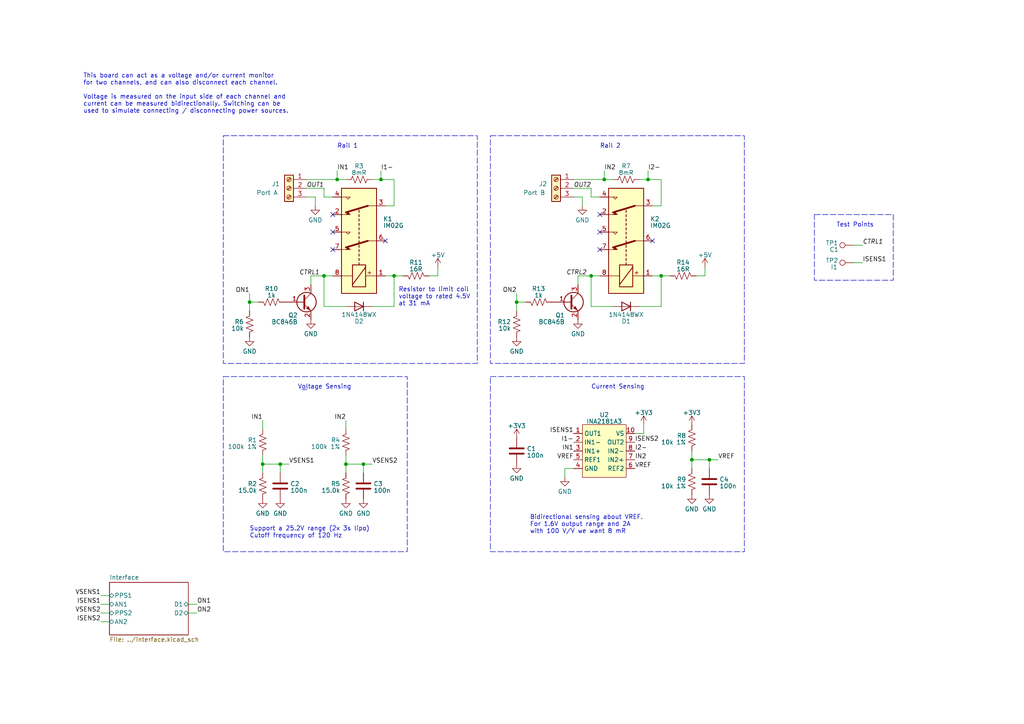
<source format=kicad_sch>
(kicad_sch (version 20230121) (generator eeschema)
  (paper "A4")
  (lib_symbols
    (symbol "Connector:Screw_Terminal_01x03" (pin_names (offset 1.016) hide)
      (property "Reference" "J" (at 0 5.08 0))
      (property "Value" "Screw_Terminal_01x03" (at 0 -5.08 0))
      (symbol "Screw_Terminal_01x03_1_1"
        (rectangle (start -1.27 3.81) (end 1.27 -3.81) (stroke (width 0.254)) (fill (type background)))
        (circle (center 0 -2.54) (radius 0.635) (stroke (width 0.1524)))
        (polyline (pts (xy -0.5334 -2.2098) (xy 0.3302 -3.048)) (stroke (width 0.1524)))
        (polyline (pts (xy -0.5334 0.3302) (xy 0.3302 -0.508)) (stroke (width 0.1524)))
        (polyline (pts (xy -0.5334 2.8702) (xy 0.3302 2.032)) (stroke (width 0.1524)))
        (polyline (pts (xy -0.3556 -2.032) (xy 0.508 -2.8702)) (stroke (width 0.1524)))
        (polyline (pts (xy -0.3556 0.508) (xy 0.508 -0.3302)) (stroke (width 0.1524)))
        (polyline (pts (xy -0.3556 3.048) (xy 0.508 2.2098)) (stroke (width 0.1524)))
        (circle (center 0 0) (radius 0.635) (stroke (width 0.1524)))
        (circle (center 0 2.54) (radius 0.635) (stroke (width 0.1524)))
        (pin passive line (at -5.08 2.54 0) (length 3.81) (name "Pin_1") (number "1"))
        (pin passive line (at -5.08 0 0) (length 3.81) (name "Pin_2") (number "2"))
        (pin passive line (at -5.08 -2.54 0) (length 3.81) (name "Pin_3") (number "3"))
      )
    )
    (symbol "Connector:TestPoint" (pin_numbers hide) (pin_names (offset 0.762) hide)
      (property "Reference" "TP" (at 0 6.858 0))
      (property "Value" "TestPoint" (at 0 5.08 0))
      (symbol "TestPoint_0_1"
        (circle (center 0 3.302) (radius 0.762))
      )
      (symbol "TestPoint_1_1"
        (pin passive line (at 0 0 90) (length 2.54) (name "1") (number "1"))
      )
    )
    (symbol "Device:C" (pin_numbers hide) (pin_names (offset 0.254))
      (property "Reference" "C" (at 0.635 2.54 0))
      (property "Value" "C" (at 0.635 -2.54 0))
      (symbol "C_0_1"
        (polyline (pts (xy -2.032 -0.762) (xy 2.032 -0.762)) (stroke (width 0.508)))
        (polyline (pts (xy -2.032 0.762) (xy 2.032 0.762)) (stroke (width 0.508)))
      )
      (symbol "C_1_1"
        (pin passive line (at 0 3.81 270) (length 2.794) (name "~") (number "1"))
        (pin passive line (at 0 -3.81 90) (length 2.794) (name "~") (number "2"))
      )
    )
    (symbol "Device:R_US" (pin_numbers hide) (pin_names (offset 0))
      (property "Reference" "R" (at 2.54 0 90))
      (property "Value" "R_US" (at -2.54 0 90))
      (symbol "R_US_0_1"
        (polyline (pts (xy 0 -2.286) (xy 0 -2.54)))
        (polyline (pts (xy 0 2.286) (xy 0 2.54)))
        (polyline (pts (xy 0 -0.762) (xy 1.016 -1.143) (xy 0 -1.524) (xy -1.016 -1.905) (xy 0 -2.286)))
        (polyline (pts (xy 0 0.762) (xy 1.016 0.381) (xy 0 0) (xy -1.016 -0.381) (xy 0 -0.762)))
        (polyline (pts (xy 0 2.286) (xy 1.016 1.905) (xy 0 1.524) (xy -1.016 1.143) (xy 0 0.762)))
      )
      (symbol "R_US_1_1"
        (pin passive line (at 0 3.81 270) (length 1.27) (name "~") (number "1"))
        (pin passive line (at 0 -3.81 90) (length 1.27) (name "~") (number "2"))
      )
    )
    (symbol "Diode:1N4148WT" (pin_numbers hide) (pin_names hide)
      (property "Reference" "D" (at 0 2.54 0))
      (property "Value" "1N4148WT" (at 0 -2.54 0))
      (symbol "1N4148WT_0_1"
        (polyline (pts (xy -1.27 1.27) (xy -1.27 -1.27)) (stroke (width 0.254)))
        (polyline (pts (xy 1.27 0) (xy -1.27 0)))
        (polyline (pts (xy 1.27 1.27) (xy 1.27 -1.27) (xy -1.27 0) (xy 1.27 1.27)) (stroke (width 0.254)))
      )
      (symbol "1N4148WT_1_1"
        (pin passive line (at -3.81 0 0) (length 2.54) (name "K") (number "1"))
        (pin passive line (at 3.81 0 180) (length 2.54) (name "A") (number "2"))
      )
    )
    (symbol "IM02_2"
      (property "Reference" "K1" (at 8.89 6.35 90))
      (property "Value" "IM02G" (at 10.16 3.81 90))
      (symbol "IM02_2_0_0"
        (text "+" (at -9.271 -2.921 0) (effects (font (size 1.27 1.27))))
      )
      (symbol "IM02_2_0_1"
        (rectangle (start -15.24 5.08) (end 15.24 -5.08) (stroke (width 0.254)) (fill (type background)))
        (rectangle (start -6.985 1.905) (end -13.335 -1.905) (stroke (width 0.254)))
        (polyline (pts (xy -12.7 1.905) (xy -7.62 -1.905)) (stroke (width 0.254)))
        (polyline (pts (xy -10.16 -5.08) (xy -10.16 -1.905)))
        (polyline (pts (xy -10.16 5.08) (xy -10.16 1.905)))
        (polyline (pts (xy -6.985 0) (xy -6.35 0)) (stroke (width 0.254)))
        (polyline (pts (xy -5.715 0) (xy -5.08 0)) (stroke (width 0.254)))
        (polyline (pts (xy -4.445 0) (xy -3.81 0)) (stroke (width 0.254)))
        (polyline (pts (xy -3.175 0) (xy -2.54 0)) (stroke (width 0.254)))
        (polyline (pts (xy -1.905 0) (xy -1.27 0)) (stroke (width 0.254)))
        (polyline (pts (xy -0.635 0) (xy 0 0)) (stroke (width 0.254)))
        (polyline (pts (xy 0 -2.54) (xy -1.905 3.81)) (stroke (width 0.508)))
        (polyline (pts (xy 0 -2.54) (xy 0 -5.08)))
        (polyline (pts (xy 0.635 0) (xy 1.27 0)) (stroke (width 0.254)))
        (polyline (pts (xy 1.905 0) (xy 2.54 0)) (stroke (width 0.254)))
        (polyline (pts (xy 3.175 0) (xy 3.81 0)) (stroke (width 0.254)))
        (polyline (pts (xy 4.445 0) (xy 5.08 0)) (stroke (width 0.254)))
        (polyline (pts (xy 5.715 0) (xy 6.35 0)) (stroke (width 0.254)))
        (polyline (pts (xy 6.985 0) (xy 7.62 0)) (stroke (width 0.254)))
        (polyline (pts (xy 8.255 0) (xy 8.89 0)) (stroke (width 0.254)))
        (polyline (pts (xy 10.16 -2.54) (xy 8.255 3.81)) (stroke (width 0.508)))
        (polyline (pts (xy 10.16 -2.54) (xy 10.16 -5.08)))
        (polyline (pts (xy -2.54 5.08) (xy -2.54 2.54) (xy -1.905 3.175) (xy -2.54 3.81)) (fill (type outline)))
        (polyline (pts (xy 2.54 5.08) (xy 2.54 2.54) (xy 1.905 3.175) (xy 2.54 3.81)))
        (polyline (pts (xy 7.62 5.08) (xy 7.62 2.54) (xy 8.255 3.175) (xy 7.62 3.81)) (fill (type outline)))
        (polyline (pts (xy 12.7 5.08) (xy 12.7 2.54) (xy 12.065 3.175) (xy 12.7 3.81)))
      )
      (symbol "IM02_2_1_1"
        (pin passive line (at -10.16 -7.62 90) (length 2.54) (name "~") (number "1"))
        (pin passive line (at 7.62 7.62 270) (length 2.54) (name "~") (number "2"))
        (pin passive line (at 10.16 -7.62 90) (length 2.54) (name "~") (number "3"))
        (pin passive line (at 12.7 7.62 270) (length 2.54) (name "~") (number "4"))
        (pin passive line (at 2.54 7.62 270) (length 2.54) (name "~") (number "5"))
        (pin passive line (at 0 -7.62 90) (length 2.54) (name "~") (number "6"))
        (pin passive line (at -2.54 7.62 270) (length 2.54) (name "~") (number "7"))
        (pin passive line (at -10.16 7.62 270) (length 2.54) (name "~") (number "8"))
      )
    )
    (symbol "Transistor_BJT:BC846" (pin_names (offset 0) hide)
      (property "Reference" "Q" (at 5.08 1.905 0))
      (property "Value" "BC846" (at 5.08 0 0))
      (symbol "BC846_0_1"
        (polyline (pts (xy 0.635 0.635) (xy 2.54 2.54)))
        (polyline (pts (xy 0.635 -0.635) (xy 2.54 -2.54) (xy 2.54 -2.54)))
        (polyline (pts (xy 0.635 1.905) (xy 0.635 -1.905) (xy 0.635 -1.905)) (stroke (width 0.508)))
        (polyline (pts (xy 1.27 -1.778) (xy 1.778 -1.27) (xy 2.286 -2.286) (xy 1.27 -1.778) (xy 1.27 -1.778)) (fill (type outline)))
        (circle (center 1.27 0) (radius 2.8194) (stroke (width 0.254)))
      )
      (symbol "BC846_1_1"
        (pin input line (at -5.08 0 0) (length 5.715) (name "B") (number "1"))
        (pin passive line (at 2.54 -5.08 90) (length 2.54) (name "E") (number "2"))
        (pin passive line (at 2.54 5.08 270) (length 2.54) (name "C") (number "3"))
      )
    )
    (symbol "hil:INA2181"
      (property "Reference" "U" (at 0 11.43 0))
      (property "Value" "INA2181" (at 0 8.89 0))
      (symbol "INA2181_1_1"
        (rectangle (start -6.35 7.62) (end 6.35 -7.62) (fill (type background)))
        (pin output line (at -8.89 5.08 0) (length 2.54) (name "OUT1") (number "1"))
        (pin power_in line (at 8.89 5.08 180) (length 2.54) (name "VS") (number "10"))
        (pin input line (at -8.89 2.54 0) (length 2.54) (name "IN1-") (number "2"))
        (pin input line (at -8.89 0 0) (length 2.54) (name "IN1+") (number "3"))
        (pin power_in line (at -8.89 -5.08 0) (length 2.54) (name "GND") (number "4"))
        (pin input line (at -8.89 -2.54 0) (length 2.54) (name "REF1") (number "5"))
        (pin input line (at 8.89 -5.08 180) (length 2.54) (name "REF2") (number "6"))
        (pin input line (at 8.89 -2.54 180) (length 2.54) (name "IN2+") (number "7"))
        (pin input line (at 8.89 0 180) (length 2.54) (name "IN2-") (number "8"))
        (pin output line (at 8.89 2.54 180) (length 2.54) (name "OUT2") (number "9"))
      )
    )
    (symbol "power:+3V3" (power) (pin_names (offset 0))
      (property "Value" "+3V3" (at 0 3.556 0))
      (symbol "+3V3_0_1"
        (polyline (pts (xy -0.762 1.27) (xy 0 2.54)))
        (polyline (pts (xy 0 0) (xy 0 2.54)))
        (polyline (pts (xy 0 2.54) (xy 0.762 1.27)))
      )
      (symbol "+3V3_1_1"
        (pin power_in line (at 0 0 90) (length 0) hide (name "+3V3") (number "1"))
      )
    )
    (symbol "power:+5V" (power) (pin_names (offset 0))
      (property "Value" "+5V" (at 0 3.556 0))
      (symbol "+5V_0_1"
        (polyline (pts (xy -0.762 1.27) (xy 0 2.54)))
        (polyline (pts (xy 0 0) (xy 0 2.54)))
        (polyline (pts (xy 0 2.54) (xy 0.762 1.27)))
      )
      (symbol "+5V_1_1"
        (pin power_in line (at 0 0 90) (length 0) hide (name "+5V") (number "1"))
      )
    )
    (symbol "power:GND" (power) (pin_names (offset 0))
      (property "Value" "GND" (at 0 -3.81 0))
      (symbol "GND_0_1"
        (polyline (pts (xy 0 0) (xy 0 -1.27) (xy 1.27 -1.27) (xy 0 -2.54) (xy -1.27 -1.27) (xy 0 -1.27)))
      )
      (symbol "GND_1_1"
        (pin power_in line (at 0 0 270) (length 0) hide (name "GND") (number "1"))
      )
    )
  )
  (junction (at 200.66 133.35))
  (junction (at 187.96 52.07))
  (junction (at 205.74 133.35))
  (junction (at 105.41 134.62))
  (junction (at 191.77 80.01))
  (junction (at 97.79 52.07))
  (junction (at 76.2 134.62))
  (junction (at 171.45 80.01))
  (junction (at 110.49 52.07))
  (junction (at 72.39 87.63))
  (junction (at 81.28 134.62))
  (junction (at 149.86 87.63))
  (junction (at 175.26 52.07))
  (junction (at 93.98 80.01))
  (junction (at 100.33 134.62))
  (junction (at 114.3 80.01))
  (no_connect (at 96.52 67.31))
  (no_connect (at 96.52 72.39))
  (no_connect (at 173.99 72.39))
  (no_connect (at 96.52 62.23))
  (no_connect (at 173.99 67.31))
  (no_connect (at 173.99 62.23))
  (no_connect (at 189.23 69.85))
  (no_connect (at 111.76 69.85))
  (wire (pts (xy 93.98 54.61) (xy 88.9 54.61)))
  (wire (pts (xy 114.3 59.69) (xy 114.3 52.07)))
  (wire (pts (xy 116.84 80.01) (xy 114.3 80.01)))
  (wire (pts (xy 200.66 130.81) (xy 200.66 133.35)))
  (wire (pts (xy 100.33 132.08) (xy 100.33 134.62)))
  (wire (pts (xy 149.86 85.09) (xy 149.86 87.63)))
  (wire (pts (xy 105.41 134.62) (xy 100.33 134.62)))
  (wire (pts (xy 163.83 135.89) (xy 166.37 135.89)))
  (wire (pts (xy 29.21 172.72) (xy 31.75 172.72)))
  (wire (pts (xy 91.44 57.15) (xy 91.44 59.69)))
  (wire (pts (xy 81.28 134.62) (xy 81.28 137.16)))
  (wire (pts (xy 91.44 57.15) (xy 88.9 57.15)))
  (wire (pts (xy 191.77 88.9) (xy 191.77 80.01)))
  (wire (pts (xy 204.47 77.47) (xy 204.47 80.01)))
  (wire (pts (xy 107.95 88.9) (xy 114.3 88.9)))
  (wire (pts (xy 54.61 177.8) (xy 57.15 177.8)))
  (wire (pts (xy 74.93 87.63) (xy 72.39 87.63)))
  (wire (pts (xy 208.28 133.35) (xy 205.74 133.35)))
  (wire (pts (xy 127 80.01) (xy 124.46 80.01)))
  (wire (pts (xy 205.74 133.35) (xy 200.66 133.35)))
  (wire (pts (xy 93.98 80.01) (xy 90.17 80.01)))
  (wire (pts (xy 171.45 80.01) (xy 171.45 88.9)))
  (wire (pts (xy 97.79 49.53) (xy 97.79 52.07)))
  (wire (pts (xy 76.2 132.08) (xy 76.2 134.62)))
  (wire (pts (xy 149.86 87.63) (xy 149.86 90.17)))
  (wire (pts (xy 171.45 54.61) (xy 171.45 57.15)))
  (wire (pts (xy 171.45 80.01) (xy 167.64 80.01)))
  (wire (pts (xy 93.98 80.01) (xy 93.98 88.9)))
  (wire (pts (xy 168.91 59.69) (xy 168.91 57.15)))
  (wire (pts (xy 127 77.47) (xy 127 80.01)))
  (wire (pts (xy 29.21 175.26) (xy 31.75 175.26)))
  (wire (pts (xy 72.39 87.63) (xy 72.39 90.17)))
  (wire (pts (xy 93.98 57.15) (xy 93.98 54.61)))
  (wire (pts (xy 171.45 57.15) (xy 173.99 57.15)))
  (wire (pts (xy 110.49 52.07) (xy 114.3 52.07)))
  (wire (pts (xy 191.77 80.01) (xy 189.23 80.01)))
  (wire (pts (xy 114.3 88.9) (xy 114.3 80.01)))
  (wire (pts (xy 175.26 52.07) (xy 177.8 52.07)))
  (wire (pts (xy 163.83 138.43) (xy 163.83 135.89)))
  (wire (pts (xy 166.37 52.07) (xy 175.26 52.07)))
  (wire (pts (xy 187.96 49.53) (xy 187.96 52.07)))
  (wire (pts (xy 114.3 80.01) (xy 111.76 80.01)))
  (wire (pts (xy 194.31 80.01) (xy 191.77 80.01)))
  (wire (pts (xy 166.37 54.61) (xy 171.45 54.61)))
  (wire (pts (xy 167.64 80.01) (xy 167.64 82.55)))
  (wire (pts (xy 76.2 134.62) (xy 76.2 137.16)))
  (wire (pts (xy 88.9 52.07) (xy 97.79 52.07)))
  (wire (pts (xy 187.96 52.07) (xy 191.77 52.07)))
  (wire (pts (xy 191.77 59.69) (xy 191.77 52.07)))
  (wire (pts (xy 186.69 125.73) (xy 184.15 125.73)))
  (wire (pts (xy 100.33 134.62) (xy 100.33 137.16)))
  (wire (pts (xy 81.28 134.62) (xy 76.2 134.62)))
  (wire (pts (xy 107.95 52.07) (xy 110.49 52.07)))
  (wire (pts (xy 200.66 133.35) (xy 200.66 135.89)))
  (wire (pts (xy 107.95 134.62) (xy 105.41 134.62)))
  (wire (pts (xy 90.17 80.01) (xy 90.17 82.55)))
  (wire (pts (xy 93.98 57.15) (xy 96.52 57.15)))
  (wire (pts (xy 189.23 59.69) (xy 191.77 59.69)))
  (wire (pts (xy 110.49 49.53) (xy 110.49 52.07)))
  (wire (pts (xy 93.98 88.9) (xy 100.33 88.9)))
  (wire (pts (xy 29.21 180.34) (xy 31.75 180.34)))
  (wire (pts (xy 152.4 87.63) (xy 149.86 87.63)))
  (wire (pts (xy 185.42 88.9) (xy 191.77 88.9)))
  (wire (pts (xy 72.39 85.09) (xy 72.39 87.63)))
  (wire (pts (xy 205.74 133.35) (xy 205.74 135.89)))
  (wire (pts (xy 175.26 49.53) (xy 175.26 52.07)))
  (wire (pts (xy 105.41 134.62) (xy 105.41 137.16)))
  (wire (pts (xy 204.47 80.01) (xy 201.93 80.01)))
  (wire (pts (xy 173.99 80.01) (xy 171.45 80.01)))
  (wire (pts (xy 171.45 88.9) (xy 177.8 88.9)))
  (wire (pts (xy 250.19 71.12) (xy 247.65 71.12)))
  (wire (pts (xy 97.79 52.07) (xy 100.33 52.07)))
  (wire (pts (xy 250.19 76.2) (xy 247.65 76.2)))
  (wire (pts (xy 100.33 121.92) (xy 100.33 124.46)))
  (wire (pts (xy 111.76 59.69) (xy 114.3 59.69)))
  (wire (pts (xy 29.21 177.8) (xy 31.75 177.8)))
  (wire (pts (xy 185.42 52.07) (xy 187.96 52.07)))
  (wire (pts (xy 168.91 57.15) (xy 166.37 57.15)))
  (wire (pts (xy 186.69 123.19) (xy 186.69 125.73)))
  (wire (pts (xy 76.2 121.92) (xy 76.2 124.46)))
  (wire (pts (xy 96.52 80.01) (xy 93.98 80.01)))
  (wire (pts (xy 83.82 134.62) (xy 81.28 134.62)))
  (wire (pts (xy 54.61 175.26) (xy 57.15 175.26)))
  (rectangle (start 87.63 113.03) (end 88.9 113.03))
  (rectangle (start 142.24 109.22) (end 215.9 160.02) (stroke (width 0) (type dash)))
  (rectangle (start 64.77 109.22) (end 118.11 160.02) (stroke (width 0) (type dash)))
  (rectangle (start 64.77 39.37) (end 138.43 105.41) (stroke (width 0) (type dash)))
  (rectangle (start 142.24 39.37) (end 215.9 105.41) (stroke (width 0) (type dash)))
  (rectangle (start 236.22 62.23) (end 259.08 81.28) (stroke (width 0) (type dash)))
  (text "Current Sensing" (at 171.45 113.03 0) (effects (font (size 1.27 1.27)) (justify left bottom)))
  (text "Test Points" (at 242.57 66.04 0) (effects (font (size 1.27 1.27)) (justify left bottom)))
  (text "Support a 25.2V range (2x 3s lipo)\nCutoff frequency of 120 Hz" (at 72.39 156.21 0) (effects (font (size 1.27 1.27)) (justify left bottom)))
  (text "This board can act as a voltage and/or current monitor\nfor two channels, and can also disconnect each channel.\n\nVoltage is measured on the input side of each channel and\ncurrent can be measured bidirectionally. Switching can be\nused to simulate connecting / disconnecting power sources." (at 24.13 33.02 0) (effects (font (size 1.27 1.27)) (justify left bottom)))
  (text "Rail 2" (at 173.99 43.18 0) (effects (font (size 1.27 1.27)) (justify left bottom)))
  (text "Resistor to limit coil\nvoltage to rated 4.5V\nat 31 mA" (at 115.57 88.9 0) (effects (font (size 1.27 1.27)) (justify left bottom)))
  (text "Bidirectional sensing about VREF.\nFor 1.6V output range and 2A\nwith 100 V/V we want 8 mR" (at 153.67 154.94 0) (effects (font (size 1.27 1.27)) (justify left bottom)))
  (text "Voltage Sensing" (at 86.36 113.03 0) (effects (font (size 1.27 1.27)) (justify left bottom)))
  (text "Rail 1" (at 97.79 43.18 0) (effects (font (size 1.27 1.27)) (justify left bottom)))
  (label "ISENS1" (at 166.37 125.73 180))
  (label "IN1" (at 97.79 49.53 0))
  (label "I1-" (at 166.37 128.27 180))
  (label "IN1" (at 76.2 121.92 180))
  (label "IN2" (at 100.33 121.92 180))
  (label "ISENS2" (at 184.15 128.27 0))
  (label "VREF" (at 208.28 133.35 0))
  (label "ISENS1" (at 29.21 175.26 180))
  (label "ON1" (at 72.39 85.09 180))
  (label "OUT1" (at 88.9 54.61 0) (effects (font italic)))
  (label "CTRL2" (at 170.18 80.01 180) (effects (font italic)))
  (label "VSENS2" (at 107.95 134.62 0))
  (label "VREF" (at 166.37 133.35 180))
  (label "VSENS1" (at 29.21 172.72 180))
  (label "ISENS2" (at 29.21 180.34 180))
  (label "CTRL1" (at 250.19 71.12 0) (effects (font italic)))
  (label "VSENS2" (at 29.21 177.8 180))
  (label "ON2" (at 149.86 85.09 180))
  (label "I2-" (at 184.15 130.81 0))
  (label "I2-" (at 187.96 49.53 0))
  (label "IN2" (at 175.26 49.53 0))
  (label "VSENS1" (at 83.82 134.62 0))
  (label "I1-" (at 110.49 49.53 0))
  (label "ON2" (at 57.15 177.8 0))
  (label "IN1" (at 166.37 130.81 180))
  (label "VREF" (at 184.15 135.89 0))
  (label "OUT2" (at 166.37 54.61 0) (effects (font italic)))
  (label "ISENS1" (at 250.19 76.2 0))
  (label "CTRL1" (at 92.71 80.01 180) (effects (font italic)))
  (label "IN2" (at 184.15 133.35 0))
  (label "ON1" (at 57.15 175.26 0))
  (symbol (lib_id "power:+5V") (at 204.47 77.47 0) (mirror y) (unit 1)
    (property "Reference" "#PWR024" (effects hide))
    (property "Value" "+5V" (at 204.47 73.9681 0))
  )
  (symbol (lib_id "power:GND") (at 90.17 92.71 0) (mirror y) (unit 1)
    (property "Reference" "#PWR08" (effects hide))
    (property "Value" "GND" (at 90.17 96.8455 0))
  )
  (symbol (lib_id "power:GND") (at 168.91 59.69 0) (unit 1)
    (property "Reference" "#PWR016" (effects hide))
    (property "Value" "GND" (at 168.91 63.8255 0))
  )
  (symbol (lib_id "power:+3V3") (at 186.69 123.19 0) (unit 1)
    (property "Reference" "#PWR05" (effects hide))
    (property "Value" "+3V3" (at 186.69 119.6881 0))
  )
  (symbol (lib_id "Device:R_US") (at 200.66 127 0) (mirror x) (unit 1)
    (property "Reference" "R8" (at 199.009 126.3563 0) (effects (justify right)))
    (property "Value" "10k 1%" (at 199.009 128.2773 0) (effects (justify right)))
    (property "Footprint" "Resistor_SMD:R_0805_2012Metric_Pad1.20x1.40mm_HandSolder" (effects hide))
  )
  (symbol (lib_id "power:GND") (at 163.83 138.43 0) (unit 1)
    (property "Reference" "#PWR04" (effects hide))
    (property "Value" "GND" (at 163.83 142.5655 0))
  )
  (symbol (lib_id "power:GND") (at 167.64 92.71 0) (mirror y) (unit 1)
    (property "Reference" "#PWR022" (effects hide))
    (property "Value" "GND" (at 167.64 96.8455 0))
  )
  (symbol (lib_id "power:+3V3") (at 149.86 127 0) (unit 1)
    (property "Reference" "#PWR013" (effects hide))
    (property "Value" "+3V3" (at 149.86 123.4981 0))
  )
  (symbol (lib_id "Device:R_US") (at 198.12 80.01 270) (mirror x) (unit 1)
    (property "Reference" "R14" (at 198.12 76.1111 90))
    (property "Value" "16R" (at 198.12 78.0321 90))
    (property "Footprint" "Resistor_SMD:R_0805_2012Metric_Pad1.20x1.40mm_HandSolder" (effects hide))
  )
  (symbol (lib_id "Connector:TestPoint") (at 247.65 76.2 90) (unit 1)
    (property "Reference" "TP2" (at 241.3 75.565 90))
    (property "Value" "I1" (at 241.935 77.47 90))
    (property "Footprint" "TestPoint:TestPoint_Pad_D1.5mm" (effects hide))
  )
  (symbol (lib_id "Device:R_US") (at 100.33 140.97 0) (mirror y) (unit 1)
    (property "Reference" "R5" (at 98.679 140.3263 0) (effects (justify left)))
    (property "Value" "15.0k" (at 98.679 142.2473 0) (effects (justify left)))
    (property "Footprint" "Resistor_SMD:R_0805_2012Metric_Pad1.20x1.40mm_HandSolder" (effects hide))
  )
  (symbol (lib_id "Device:R_US") (at 76.2 128.27 0) (mirror x) (unit 1)
    (property "Reference" "R1" (at 74.549 127.6263 0) (effects (justify right)))
    (property "Value" "100k 1%" (at 74.549 129.5473 0) (effects (justify right)))
    (property "Footprint" "Resistor_SMD:R_0805_2012Metric_Pad1.20x1.40mm_HandSolder" (effects hide))
  )
  (symbol (lib_id "Connector:Screw_Terminal_01x03") (at 83.82 54.61 0) (mirror y) (unit 1)
    (property "Reference" "J1" (at 80.01 53.34 0))
    (property "Value" "Port A" (at 77.47 55.88 0))
    (property "Footprint" "TerminalBlock_Phoenix:TerminalBlock_Phoenix_PT-1,5-3-3.5-H_1x03_P3.50mm_Horizontal" (effects hide))
  )
  (symbol (lib_id "Device:R_US") (at 72.39 93.98 0) (mirror x) (unit 1)
    (property "Reference" "R6" (at 70.739 93.3363 0) (effects (justify right)))
    (property "Value" "10k" (at 70.739 95.2573 0) (effects (justify right)))
    (property "Footprint" "Resistor_SMD:R_0805_2012Metric_Pad1.20x1.40mm_HandSolder" (effects hide))
  )
  (symbol (lib_id "power:GND") (at 81.28 144.78 0) (unit 1)
    (property "Reference" "#PWR017" (effects hide))
    (property "Value" "GND" (at 81.28 148.9155 0))
  )
  (symbol (lib_id "hil:INA2181") (at 175.26 130.81 0) (unit 1)
    (property "Reference" "U2" (at 175.26 120.3071 0))
    (property "Value" "INA2181A3" (at 175.26 122.2281 0))
    (property "Footprint" "Package_SO:VSSOP-10_3x3mm_P0.5mm" (effects hide))
  )
  (symbol (lib_id "power:GND") (at 100.33 144.78 0) (unit 1)
    (property "Reference" "#PWR02" (effects hide))
    (property "Value" "GND" (at 100.33 148.9155 0))
  )
  (symbol (lib_id "power:GND") (at 149.86 97.79 0) (mirror y) (unit 1)
    (property "Reference" "#PWR021" (effects hide))
    (property "Value" "GND" (at 149.86 101.9255 0))
  )
  (symbol (lib_id "Device:R_US") (at 100.33 128.27 0) (mirror x) (unit 1)
    (property "Reference" "R4" (at 98.679 127.6263 0) (effects (justify right)))
    (property "Value" "100k 1%" (at 98.679 129.5473 0) (effects (justify right)))
    (property "Footprint" "Resistor_SMD:R_0805_2012Metric_Pad1.20x1.40mm_HandSolder" (effects hide))
  )
  (symbol (lib_id "power:GND") (at 76.2 144.78 0) (unit 1)
    (property "Reference" "#PWR01" (effects hide))
    (property "Value" "GND" (at 76.2 148.9155 0))
  )
  (symbol (lib_name "IM02_2") (lib_id "Relay:IM02") (at 181.61 69.85 90) (unit 1)
    (property "Reference" "K2" (at 188.595 63.5 90) (effects (justify right)))
    (property "Value" "IM02G" (at 188.595 65.405 90) (effects (justify right)))
    (property "Footprint" "Relay_SMD:Relay_2P2T_10x6mm_TE_IMxxG" (effects hide))
    (property "Datasheet" "http://www.te.com/commerce/DocumentDelivery/DDEController?Action=srchrtrv&DocNm=108-98001&DocType=SS&DocLang=EN" (effects hide))
  )
  (symbol (lib_id "Device:C") (at 81.28 140.97 0) (unit 1)
    (property "Reference" "C2" (at 84.201 140.3263 0) (effects (justify left)))
    (property "Value" "100n" (at 84.201 142.2473 0) (effects (justify left)))
    (property "Footprint" "Capacitor_SMD:C_0805_2012Metric_Pad1.18x1.45mm_HandSolder" (effects hide))
  )
  (symbol (lib_id "Connector:TestPoint") (at 247.65 71.12 90) (unit 1)
    (property "Reference" "TP1" (at 241.3 70.485 90))
    (property "Value" "C1" (at 241.935 72.39 90))
    (property "Footprint" "TestPoint:TestPoint_Pad_D1.5mm" (effects hide))
  )
  (symbol (lib_id "Device:C") (at 149.86 130.81 0) (unit 1)
    (property "Reference" "C1" (at 152.781 130.1663 0) (effects (justify left)))
    (property "Value" "100n" (at 152.781 132.0873 0) (effects (justify left)))
    (property "Footprint" "Capacitor_SMD:C_0805_2012Metric_Pad1.18x1.45mm_HandSolder" (effects hide))
  )
  (symbol (lib_id "power:GND") (at 72.39 97.79 0) (mirror y) (unit 1)
    (property "Reference" "#PWR020" (effects hide))
    (property "Value" "GND" (at 72.39 101.9255 0))
  )
  (symbol (lib_id "Connector:Screw_Terminal_01x03") (at 161.29 54.61 0) (mirror y) (unit 1)
    (property "Reference" "J2" (at 157.48 53.34 0))
    (property "Value" "Port B" (at 154.94 55.88 0))
    (property "Footprint" "TerminalBlock_Phoenix:TerminalBlock_Phoenix_PT-1,5-3-3.5-H_1x03_P3.50mm_Horizontal" (effects hide))
  )
  (symbol (lib_id "Device:R_US") (at 181.61 52.07 90) (unit 1)
    (property "Reference" "R7" (at 181.61 48.1711 90))
    (property "Value" "8mR" (at 181.61 50.0921 90))
    (property "Footprint" "Resistor_SMD:R_1206_3216Metric_Pad1.30x1.75mm_HandSolder" (effects hide))
  )
  (symbol (lib_id "power:GND") (at 149.86 134.62 0) (unit 1)
    (property "Reference" "#PWR014" (effects hide))
    (property "Value" "GND" (at 149.86 138.7555 0))
  )
  (symbol (lib_id "Transistor_BJT:BC846") (at 165.1 87.63 0) (unit 1)
    (property "Reference" "Q1" (at 163.83 91.44 0) (effects (justify right)))
    (property "Value" "BC846B" (at 163.83 93.361 0) (effects (justify right)))
    (property "Footprint" "Package_TO_SOT_SMD:SOT-23" (effects hide))
    (property "Datasheet" "https://www.onsemi.com/pdf/datasheet/bc846alt1-d.pdf" (effects hide))
  )
  (symbol (lib_id "Diode:1N4148WT") (at 104.14 88.9 0) (mirror y) (unit 1)
    (property "Reference" "D2" (at 104.14 93.1799 0))
    (property "Value" "1N4148WX" (at 104.14 91.2589 0))
    (property "Footprint" "Diode_SMD:D_SOD-323_HandSoldering" (effects hide))
    (property "Datasheet" "https://www.diodes.com/assets/Datasheets/ds30396.pdf" (effects hide))
    (property "Sim.Device" "D" (effects hide))
    (property "Sim.Pins" "1=K 2=A" (effects hide))
  )
  (symbol (lib_id "Device:R_US") (at 149.86 93.98 0) (mirror x) (unit 1)
    (property "Reference" "R12" (at 148.209 93.3363 0) (effects (justify right)))
    (property "Value" "10k" (at 148.209 95.2573 0) (effects (justify right)))
    (property "Footprint" "Resistor_SMD:R_0805_2012Metric_Pad1.20x1.40mm_HandSolder" (effects hide))
  )
  (symbol (lib_id "power:GND") (at 200.66 143.51 0) (mirror y) (unit 1)
    (property "Reference" "#PWR07" (effects hide))
    (property "Value" "GND" (at 200.66 147.6455 0))
  )
  (symbol (lib_id "power:+3V3") (at 200.66 123.19 0) (unit 1)
    (property "Reference" "#PWR06" (effects hide))
    (property "Value" "+3V3" (at 200.66 119.6881 0))
  )
  (symbol (lib_id "Transistor_BJT:BC846") (at 87.63 87.63 0) (unit 1)
    (property "Reference" "Q2" (at 86.36 91.44 0) (effects (justify right)))
    (property "Value" "BC846B" (at 86.36 93.361 0) (effects (justify right)))
    (property "Footprint" "Package_TO_SOT_SMD:SOT-23" (effects hide))
    (property "Datasheet" "https://www.onsemi.com/pdf/datasheet/bc846alt1-d.pdf" (effects hide))
  )
  (symbol (lib_name "IM02_2") (lib_id "Relay:IM02") (at 104.14 69.85 90) (unit 1)
    (property "Reference" "K1" (at 111.125 63.5 90) (effects (justify right)))
    (property "Value" "IM02G" (at 111.125 65.405 90) (effects (justify right)))
    (property "Footprint" "Relay_SMD:Relay_2P2T_10x6mm_TE_IMxxG" (effects hide))
    (property "Datasheet" "http://www.te.com/commerce/DocumentDelivery/DDEController?Action=srchrtrv&DocNm=108-98001&DocType=SS&DocLang=EN" (effects hide))
  )
  (symbol (lib_id "power:GND") (at 91.44 59.69 0) (unit 1)
    (property "Reference" "#PWR015" (effects hide))
    (property "Value" "GND" (at 91.44 63.8255 0))
  )
  (symbol (lib_id "power:GND") (at 105.41 144.78 0) (unit 1)
    (property "Reference" "#PWR018" (effects hide))
    (property "Value" "GND" (at 105.41 148.9155 0))
  )
  (symbol (lib_id "Device:R_US") (at 200.66 139.7 0) (mirror y) (unit 1)
    (property "Reference" "R9" (at 199.009 139.0563 0) (effects (justify left)))
    (property "Value" "10k 1%" (at 199.009 140.9773 0) (effects (justify left)))
    (property "Footprint" "Resistor_SMD:R_0805_2012Metric_Pad1.20x1.40mm_HandSolder" (effects hide))
  )
  (symbol (lib_id "power:+5V") (at 127 77.47 0) (mirror y) (unit 1)
    (property "Reference" "#PWR03" (effects hide))
    (property "Value" "+5V" (at 127 73.9681 0))
  )
  (symbol (lib_id "Diode:1N4148WT") (at 181.61 88.9 0) (mirror y) (unit 1)
    (property "Reference" "D1" (at 181.61 93.1799 0))
    (property "Value" "1N4148WX" (at 181.61 91.2589 0))
    (property "Footprint" "Diode_SMD:D_SOD-323_HandSoldering" (effects hide))
    (property "Datasheet" "https://www.diodes.com/assets/Datasheets/ds30396.pdf" (effects hide))
    (property "Sim.Device" "D" (effects hide))
    (property "Sim.Pins" "1=K 2=A" (effects hide))
  )
  (symbol (lib_id "Device:R_US") (at 156.21 87.63 270) (mirror x) (unit 1)
    (property "Reference" "R13" (at 156.21 83.7311 90))
    (property "Value" "1k" (at 156.21 85.6521 90))
    (property "Footprint" "Resistor_SMD:R_0805_2012Metric_Pad1.20x1.40mm_HandSolder" (effects hide))
  )
  (symbol (lib_id "Device:R_US") (at 76.2 140.97 0) (mirror y) (unit 1)
    (property "Reference" "R2" (at 74.549 140.3263 0) (effects (justify left)))
    (property "Value" "15.0k" (at 74.549 142.2473 0) (effects (justify left)))
    (property "Footprint" "Resistor_SMD:R_0805_2012Metric_Pad1.20x1.40mm_HandSolder" (effects hide))
  )
  (symbol (lib_id "Device:R_US") (at 104.14 52.07 90) (unit 1)
    (property "Reference" "R3" (at 104.14 48.1711 90))
    (property "Value" "8mR" (at 104.14 50.0921 90))
    (property "Footprint" "Resistor_SMD:R_1206_3216Metric_Pad1.30x1.75mm_HandSolder" (effects hide))
  )
  (symbol (lib_id "Device:C") (at 105.41 140.97 0) (unit 1)
    (property "Reference" "C3" (at 108.331 140.3263 0) (effects (justify left)))
    (property "Value" "100n" (at 108.331 142.2473 0) (effects (justify left)))
    (property "Footprint" "Capacitor_SMD:C_0805_2012Metric_Pad1.18x1.45mm_HandSolder" (effects hide))
  )
  (symbol (lib_id "power:GND") (at 205.74 143.51 0) (unit 1)
    (property "Reference" "#PWR019" (effects hide))
    (property "Value" "GND" (at 205.74 147.6455 0))
  )
  (symbol (lib_id "Device:R_US") (at 78.74 87.63 270) (mirror x) (unit 1)
    (property "Reference" "R10" (at 78.74 83.7311 90))
    (property "Value" "1k" (at 78.74 85.6521 90))
    (property "Footprint" "Resistor_SMD:R_0805_2012Metric_Pad1.20x1.40mm_HandSolder" (effects hide))
  )
  (symbol (lib_id "Device:R_US") (at 120.65 80.01 270) (mirror x) (unit 1)
    (property "Reference" "R11" (at 120.65 76.1111 90))
    (property "Value" "16R" (at 120.65 78.0321 90))
    (property "Footprint" "Resistor_SMD:R_0805_2012Metric_Pad1.20x1.40mm_HandSolder" (effects hide))
  )
  (symbol (lib_id "Device:C") (at 205.74 139.7 0) (unit 1)
    (property "Reference" "C4" (at 208.661 139.0563 0) (effects (justify left)))
    (property "Value" "100n" (at 208.661 140.9773 0) (effects (justify left)))
    (property "Footprint" "Capacitor_SMD:C_0805_2012Metric_Pad1.18x1.45mm_HandSolder" (effects hide))
  )
  (sheet (at 31.75 168.91) (size 22.86 15.24) (stroke (width 0.1524))
    (property "Sheetname" "Interface" (at 31.75 168.1984 0) (effects (justify left bottom)))
    (property "Sheetfile" "../interface.kicad_sch" (at 31.75 184.7346 0) (effects (justify left top)))
    (pin "PPS2" bidirectional (at 31.75 177.8 180))
    (pin "PPS1" bidirectional (at 31.75 172.72 180))
    (pin "D1" bidirectional (at 54.61 175.26 0))
    (pin "D2" bidirectional (at 54.61 177.8 0))
    (pin "AN2" bidirectional (at 31.75 180.34 180))
    (pin "AN1" bidirectional (at 31.75 175.26 180))
  )
)
</source>
